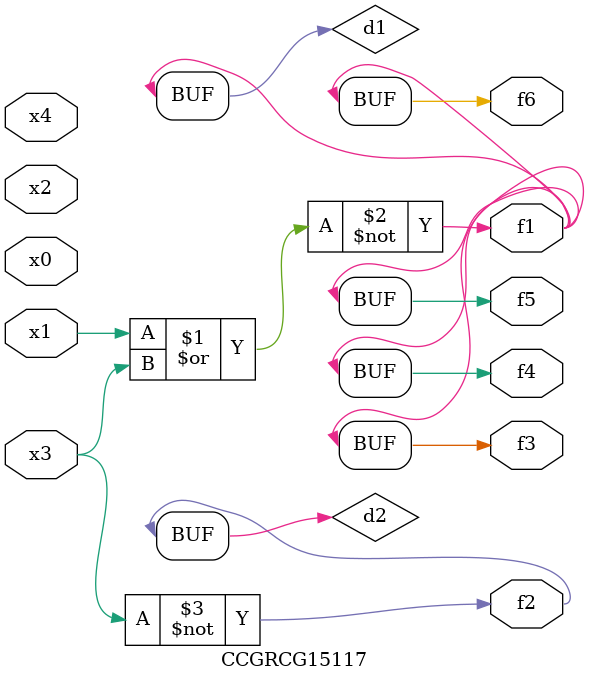
<source format=v>
module CCGRCG15117(
	input x0, x1, x2, x3, x4,
	output f1, f2, f3, f4, f5, f6
);

	wire d1, d2;

	nor (d1, x1, x3);
	not (d2, x3);
	assign f1 = d1;
	assign f2 = d2;
	assign f3 = d1;
	assign f4 = d1;
	assign f5 = d1;
	assign f6 = d1;
endmodule

</source>
